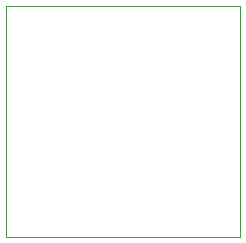
<source format=gbr>
%TF.GenerationSoftware,KiCad,Pcbnew,7.0.9*%
%TF.CreationDate,2024-03-10T22:23:53-07:00*%
%TF.ProjectId,P2.0,50322e30-2e6b-4696-9361-645f70636258,rev?*%
%TF.SameCoordinates,Original*%
%TF.FileFunction,Profile,NP*%
%FSLAX46Y46*%
G04 Gerber Fmt 4.6, Leading zero omitted, Abs format (unit mm)*
G04 Created by KiCad (PCBNEW 7.0.9) date 2024-03-10 22:23:53*
%MOMM*%
%LPD*%
G01*
G04 APERTURE LIST*
%TA.AperFunction,Profile*%
%ADD10C,0.100000*%
%TD*%
G04 APERTURE END LIST*
D10*
X74750000Y-69000000D02*
X74750000Y-69000000D01*
X94500000Y-69000000D02*
X74750000Y-69000000D01*
X94500000Y-49500000D02*
X94500000Y-69000000D01*
X74750000Y-49500000D02*
X94500000Y-49500000D01*
X74750000Y-69000000D02*
X74750000Y-49500000D01*
M02*

</source>
